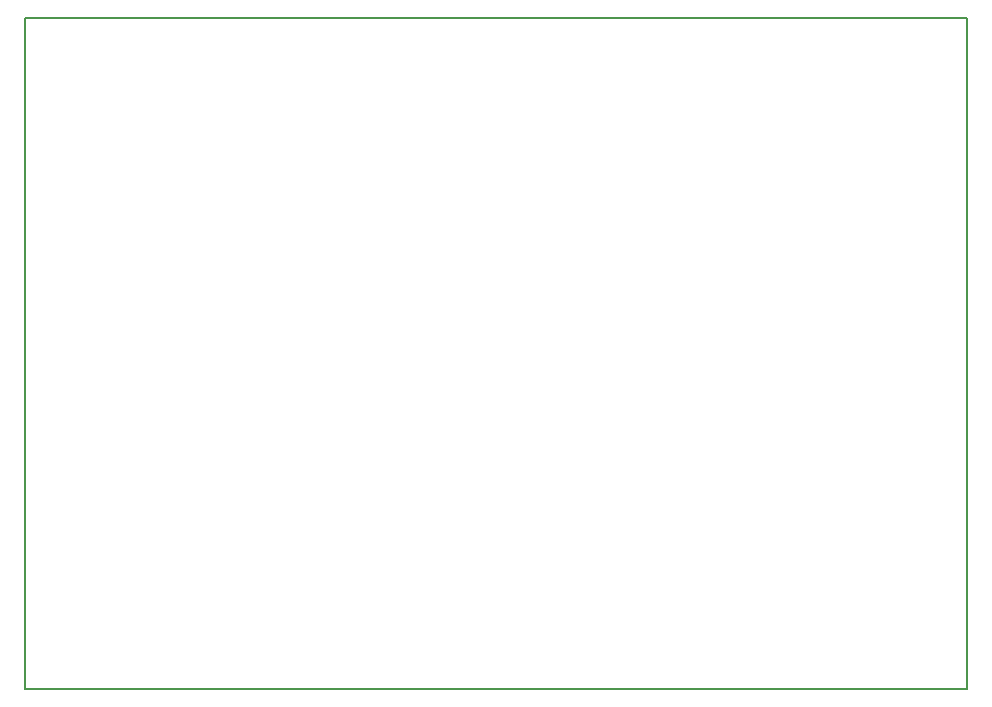
<source format=gm1>
G04 MADE WITH FRITZING*
G04 WWW.FRITZING.ORG*
G04 DOUBLE SIDED*
G04 HOLES PLATED*
G04 CONTOUR ON CENTER OF CONTOUR VECTOR*
%ASAXBY*%
%FSLAX23Y23*%
%MOIN*%
%OFA0B0*%
%SFA1.0B1.0*%
%ADD10R,3.149610X2.244090*%
%ADD11C,0.008000*%
%ADD10C,0.008*%
%LNCONTOUR*%
G90*
G70*
G54D10*
G54D11*
X8Y2236D02*
X3150Y2236D01*
X3150Y0D01*
X8Y0D01*
X8Y2236D01*
D02*
G04 End of contour*
M02*
</source>
